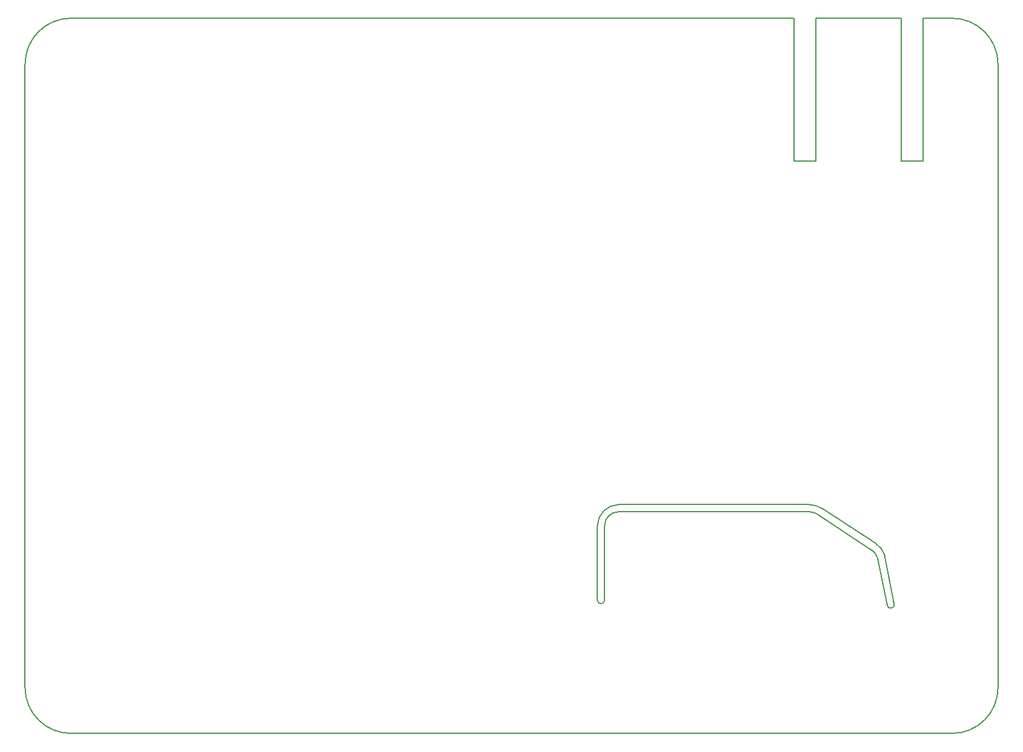
<source format=gbr>
G04 #@! TF.GenerationSoftware,KiCad,Pcbnew,(5.1.9-0-10_14)*
G04 #@! TF.CreationDate,2021-03-25T01:17:32-05:00*
G04 #@! TF.ProjectId,ClimateSprinklerController,436c696d-6174-4655-9370-72696e6b6c65,rev?*
G04 #@! TF.SameCoordinates,Original*
G04 #@! TF.FileFunction,Profile,NP*
%FSLAX46Y46*%
G04 Gerber Fmt 4.6, Leading zero omitted, Abs format (unit mm)*
G04 Created by KiCad (PCBNEW (5.1.9-0-10_14)) date 2021-03-25 01:17:32*
%MOMM*%
%LPD*%
G01*
G04 APERTURE LIST*
G04 #@! TA.AperFunction,Profile*
%ADD10C,0.200000*%
G04 #@! TD*
G04 APERTURE END LIST*
D10*
X203500000Y-126900000D02*
G75*
G02*
X202500000Y-127100000I-500000J-100000D01*
G01*
X191500000Y-113000000D02*
G75*
G02*
X193500000Y-113605551I0J-3605551D01*
G01*
X200987201Y-118521331D02*
G75*
G02*
X202086901Y-119919615I-1591536J-2383266D01*
G01*
X200500001Y-119499999D02*
G75*
G02*
X201184549Y-120524431I-1224852J-1559406D01*
G01*
X191641622Y-114000000D02*
G75*
G02*
X193000000Y-114497199I-141622J-2491107D01*
G01*
X163000000Y-126365000D02*
G75*
G02*
X162000000Y-126365000I-500000J0D01*
G01*
X162000000Y-116000000D02*
G75*
G02*
X165000000Y-113000000I3000000J0D01*
G01*
X163000000Y-116000000D02*
G75*
G02*
X165000000Y-114000000I2000000J0D01*
G01*
X162000000Y-126365000D02*
X162000000Y-116000000D01*
X163000000Y-116000000D02*
X163000000Y-126365000D01*
X203500000Y-126900000D02*
X202086901Y-119919615D01*
X201184549Y-120524431D02*
X202500000Y-127100000D01*
X191500000Y-113000000D02*
X165000000Y-113000000D01*
X200987201Y-118521331D02*
X193500000Y-113605551D01*
X193000000Y-114501221D02*
X200500000Y-119500000D01*
X165000000Y-114000000D02*
X191641622Y-114000000D01*
X192500000Y-65000000D02*
X189500000Y-65000000D01*
X192500000Y-45000000D02*
X192500000Y-65000000D01*
X204500000Y-65000000D02*
X204500000Y-45000000D01*
X207500000Y-65000000D02*
X204500000Y-65000000D01*
X88399999Y-145000000D02*
X211600000Y-145000000D01*
X82000000Y-51399998D02*
X81999999Y-138600000D01*
X189500000Y-45000000D02*
X88400000Y-45000000D01*
X189500000Y-65000000D02*
X189500000Y-45000000D01*
X204500000Y-45000000D02*
X192500000Y-45000000D01*
X207500000Y-45000000D02*
X207500000Y-65000000D01*
X211600000Y-44999999D02*
X207500000Y-45000000D01*
X218000000Y-138600000D02*
X218000000Y-51399999D01*
X211600000Y-44999999D02*
G75*
G02*
X218000000Y-51399999I0J-6400000D01*
G01*
X218000000Y-138600000D02*
G75*
G02*
X211600000Y-145000000I-6400000J0D01*
G01*
X88399999Y-145000000D02*
G75*
G02*
X81999999Y-138600000I0J6400000D01*
G01*
X82000000Y-51399998D02*
G75*
G02*
X88400000Y-45000000I6399999J-1D01*
G01*
M02*

</source>
